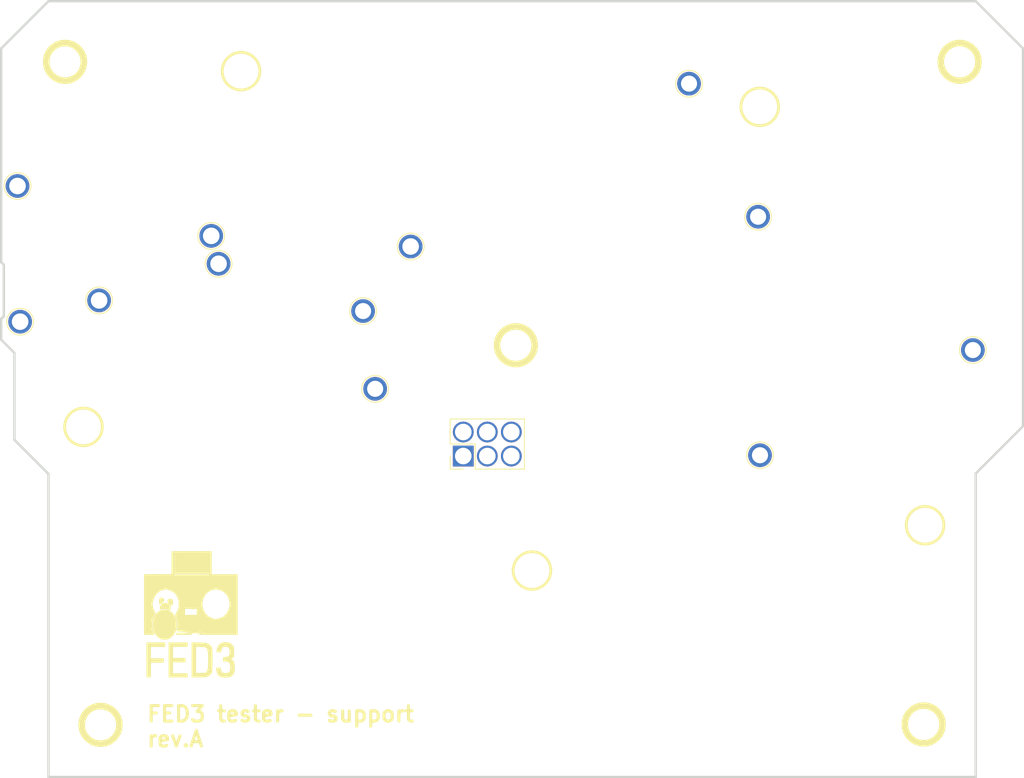
<source format=kicad_pcb>
(kicad_pcb (version 20241229) (generator "pcbnew") (generator_version "9.0")
  (layers (0 "F.Cu" signal) (2 "B.Cu" signal) (13 "F.Paste" user) (15 "B.Paste" user) (5 "F.SilkS" user "F.Silkscreen") (7 "B.SilkS" user "B.Silkscreen") (1 "F.Mask" user) (3 "B.Mask" user) (25 "Edge.Cuts" user))
  (net 0 "")
  (net 1 "/main core/DUT stage/SWCLK")
  (net 2 "/main core/DUT stage/SWDIO")
  (net 3 "/main core/DUT stage/~{RESET}")
  (net 5 "+3V3")
  (net 6 "GND")
  (net 7 "/main core/DUT stage/VBattest")
  (net 8 "/main core/DUT stage/+3V3test")
  (net 9 "/main core/DUT stage/VUSBtest")
  (net 10 "/main core/DUT stage/VccRGB")
  (net 11 "Net-(R49-Pad2)")
  (net 12 "Net-(R50-Pad2)")
  (net 13 "/main core/LED_CHRG")
  (net 14 "/main core/LED_GREEN")
  (net 15 "/main core/RED_LED")
  (footprint "" (layer "F.Cu") (at 151.4011 69.45)
    (property "Reference" "" (at 0 0 0) (layer "F.SilkS") (effects (font (size 1.27 1.27))))
    (property "Value" "")
    (pad "" np_thru_hole circle (at 0 0 180) (size 2.95 2.95) (drill 2.95) (layers "*.Cu" "*.Mask"))
  )
  (footprint "" (layer "F.Cu") (at 177.2 44.2)
    (property "Reference" "" (at 0 0 0) (layer "F.SilkS") (effects (font (size 1.27 1.27))))
    (property "Value" "")
    (pad "" np_thru_hole circle (at 0 0 180) (size 2.95 2.95) (drill 2.95) (layers "*.Cu" "*.Mask"))
  )
  (footprint "FED3_PCBLib:Pin_D1.70mm" (layer "F.Cu") (at 136.5261 74.0464)
    (property "Reference" "TP6" (hide yes))
    (property "Value" "VccRGB" (hide yes))
    (fp_circle (center 0 0) (end 1.415097 0) (stroke (width 0.1)) (fill no) (layer "F.SilkS"))
    (pad "1" thru_hole circle (at 0 0) (size 2.5 2.5) (drill 1.7) (layers "*.Cu" "*.Mask") (net 10 "/main core/DUT stage/VccRGB"))
  )
  (footprint "" (layer "F.Cu") (at 105.7 78.05)
    (property "Reference" "" (at 0 0 0) (layer "F.SilkS") (effects (font (size 1.27 1.27))))
    (property "Value" "")
    (pad "" np_thru_hole circle (at 0 0 180) (size 2.95 2.95) (drill 2.95) (layers "*.Cu" "*.Mask"))
  )
  (footprint "" (layer "F.Cu") (at 194.5 109.55)
    (property "Reference" "" (at 0 0 0) (layer "F.SilkS") (effects (font (size 1.27 1.27))))
    (property "Value" "")
    (pad "" np_thru_hole circle (at 0 0 180) (size 2.95 2.95) (drill 2.95) (layers "*.Cu" "*.Mask"))
  )
  (footprint "" (layer "F.Cu") (at 153.1 93.25)
    (property "Reference" "" (at 0 0 0) (layer "F.SilkS") (effects (font (size 1.27 1.27))))
    (property "Value" "")
    (pad "" np_thru_hole circle (at 0 0 180) (size 2.95 2.95) (drill 2.95) (layers "*.Cu" "*.Mask"))
  )
  (footprint "FED3_PCBLib:Pin_D1.75mm" (layer "F.Cu") (at 119.2011 57.8714 90)
    (property "Reference" "TP3" (hide yes))
    (property "Value" "+3V3test" (hide yes))
    (fp_circle (center 0 0) (end 1.415097 0) (stroke (width 0.1)) (fill no) (layer "F.SilkS"))
    (pad "1" thru_hole circle (at 0 0 90) (size 2.5 2.5) (drill 1.75) (layers "*.Cu" "*.Mask") (net 8 "/main core/DUT stage/+3V3test"))
  )
  (footprint "FED3_PCBLib:Pin_D1.75mm" (layer "F.Cu") (at 119.9761 60.8214)
    (property "Reference" "TP11" (hide yes))
    (property "Value" "GND" (hide yes))
    (fp_circle (center 0 0) (end 1.415097 0) (stroke (width 0.1)) (fill no) (layer "F.SilkS"))
    (pad "1" thru_hole circle (at 0 0) (size 2.5 2.5) (drill 1.75) (layers "*.Cu" "*.Mask") (net 11 "Net-(R49-Pad2)"))
  )
  (footprint "" (layer "F.Cu") (at 194.65 88.45 90)
    (property "Reference" "" (at 0 0 90) (layer "F.SilkS") (effects (font (size 1.27 1.27))))
    (property "Value" "")
    (pad "" np_thru_hole circle (at 0 0 270) (size 2.95 2.95) (drill 2.95) (layers "*.Cu" "*.Mask"))
  )
  (footprint "FED3_PCBLib:Pin_D1.70mm" (layer "F.Cu") (at 135.2511 65.8214 -90)
    (property "Reference" "TP12" (hide yes))
    (property "Value" "GND" (hide yes))
    (fp_circle (center 0 0) (end 1.415097 0) (stroke (width 0.1)) (fill no) (layer "F.SilkS"))
    (pad "1" thru_hole circle (at 0 0 270) (size 2.5 2.5) (drill 1.7) (layers "*.Cu" "*.Mask") (net 14 "/main core/LED_GREEN"))
  )
  (footprint "" (layer "F.Cu") (at 122.35 40.45)
    (property "Reference" "" (at 0 0 0) (layer "F.SilkS") (effects (font (size 1.27 1.27))))
    (property "Value" "")
    (pad "" np_thru_hole circle (at 0 0 180) (size 2.95 2.95) (drill 2.95) (layers "*.Cu" "*.Mask"))
  )
  (footprint "FED3_PCBLib:Pin_D1.70mm" (layer "F.Cu") (at 199.7011 69.9464 90)
    (property "Reference" "TP7" (hide yes))
    (property "Value" "GND" (hide yes))
    (fp_circle (center 0 0) (end 1.415097 0) (stroke (width 0.1)) (fill no) (layer "F.SilkS"))
    (pad "1" thru_hole circle (at 0 0 90) (size 2.5 2.5) (drill 1.7) (layers "*.Cu" "*.Mask") (net 6 "GND"))
  )
  (footprint "FED3_PCBLib:Pin_D1.75mm" (layer "F.Cu") (at 98.7261 52.5964)
    (property "Reference" "TP10" (hide yes))
    (property "Value" "GND" (hide yes))
    (fp_circle (center 0 0) (end 1.415097 0) (stroke (width 0.1)) (fill no) (layer "F.SilkS"))
    (pad "1" thru_hole circle (at 0 0) (size 2.5 2.5) (drill 1.75) (layers "*.Cu" "*.Mask") (net 13 "/main core/LED_CHRG"))
  )
  (footprint "FED3_PCBLib:Pin_D1.70mm" (layer "F.Cu") (at 177.0011 55.8464)
    (property "Reference" "TP8" (hide yes))
    (property "Value" "GND" (hide yes))
    (fp_circle (center 0 0) (end 1.415097 0) (stroke (width 0.1)) (fill no) (layer "F.SilkS"))
    (pad "1" thru_hole circle (at 0 0) (size 2.5 2.5) (drill 1.7) (layers "*.Cu" "*.Mask") (net 6 "GND"))
  )
  (footprint "FED3_PCBLib:Pin_D1.75mm" (layer "F.Cu") (at 99.0011 66.9464)
    (property "Reference" "TP9" (hide yes))
    (property "Value" "GND" (hide yes))
    (fp_circle (center 0 0) (end 1.415097 0) (stroke (width 0.1)) (fill no) (layer "F.SilkS"))
    (pad "1" thru_hole circle (at 0 0) (size 2.5 2.5) (drill 1.75) (layers "*.Cu" "*.Mask") (net 12 "Net-(R50-Pad2)"))
  )
  (footprint "" (layer "F.Cu") (at 198.3 39.45)
    (property "Reference" "" (at 0 0 0) (layer "F.SilkS") (effects (font (size 1.27 1.27))))
    (property "Value" "")
    (pad "" np_thru_hole circle (at 0 0 180) (size 2.95 2.95) (drill 2.95) (layers "*.Cu" "*.Mask"))
  )
  (footprint "" (layer "F.Cu") (at 107.5 109.6)
    (property "Reference" "" (at 0 0 0) (layer "F.SilkS") (effects (font (size 1.27 1.27))))
    (property "Value" "")
    (pad "" np_thru_hole circle (at 0 0 180) (size 2.95 2.95) (drill 2.95) (layers "*.Cu" "*.Mask"))
  )
  (footprint "FED3_PCBLib:Pin_D1.75mm" (layer "F.Cu") (at 107.3511 64.6964 90)
    (property "Reference" "TP4" (hide yes))
    (property "Value" "VUSBtest" (hide yes))
    (fp_circle (center 0 0) (end 1.415097 0) (stroke (width 0.1)) (fill no) (layer "F.SilkS"))
    (pad "1" thru_hole circle (at 0 0 90) (size 2.5 2.5) (drill 1.75) (layers "*.Cu" "*.Mask") (net 9 "/main core/DUT stage/VUSBtest"))
  )
  (footprint "FED3_PCBLib:Pin_D1.70mm" (layer "F.Cu") (at 177.2011 81.0714)
    (property "Reference" "TP2" (hide yes))
    (property "Value" "VBattest" (hide yes))
    (fp_circle (center 0 0) (end 1.415097 0) (stroke (width 0.1)) (fill no) (layer "F.SilkS"))
    (pad "1" thru_hole circle (at 0 0) (size 2.5 2.5) (drill 1.7) (layers "*.Cu" "*.Mask") (net 7 "/main core/DUT stage/VBattest"))
  )
  (footprint "FED3_PCBLib:PinHeader_2x03_to Probes" (layer "F.Cu") (at 145.83905 81.156143 90)
    (property "Reference" "J2" (hide yes))
    (property "Value" "6pin_hd" (hide yes))
    (fp_line (start 3.92 -1.38) (end 3.92 6.46) (stroke (width 0.1)) (layer "F.SilkS"))
    (fp_line (start 1.27 -1.38) (end 3.92 -1.38) (stroke (width 0.1)) (layer "F.SilkS"))
    (fp_line (start -1.38 -1.38) (end 0 -1.38) (stroke (width 0.1)) (layer "F.SilkS"))
    (fp_line (start -1.38 0) (end -1.38 -1.38) (stroke (width 0.1)) (layer "F.SilkS"))
    (fp_line (start 1.27 1.27) (end 1.27 -1.38) (stroke (width 0.1)) (layer "F.SilkS"))
    (fp_line (start -1.38 1.27) (end 1.27 1.27) (stroke (width 0.1)) (layer "F.SilkS"))
    (fp_line (start -1.38 1.27) (end -1.38 6.46) (stroke (width 0.1)) (layer "F.SilkS"))
    (fp_line (start -1.38 6.46) (end 3.92 6.46) (stroke (width 0.1)) (layer "F.SilkS"))
    (pad "1" thru_hole rect (at 0 0 90) (size 2.2 2.2) (drill 1.75) (layers "*.Cu" "*.Mask") (net 6 "GND"))
    (pad "2" thru_hole circle (at 2.54 0 90) (size 2.2 2.2) (drill 1.75) (layers "*.Cu" "*.Mask") (net 3 "/main core/DUT stage/~{RESET}"))
    (pad "3" thru_hole circle (at 0 2.54 90) (size 2.2 2.2) (drill 1.75) (layers "*.Cu" "*.Mask") (net 2 "/main core/DUT stage/SWDIO"))
    (pad "4" thru_hole circle (at 2.54 2.54 90) (size 2.2 2.2) (drill 1.75) (layers "*.Cu" "*.Mask"))
    (pad "5" thru_hole circle (at 0 5.08 90) (size 2.2 2.2) (drill 1.75) (layers "*.Cu" "*.Mask") (net 1 "/main core/DUT stage/SWCLK"))
    (pad "6" thru_hole circle (at 2.54 5.08 90) (size 2.2 2.2) (drill 1.75) (layers "*.Cu" "*.Mask") (net 5 "+3V3"))
  )
  (footprint "" (layer "F.Cu") (at 181 69.05)
    (property "Reference" "@HOLE6" (hide yes))
    (property "Value" "" (hide yes))
    (pad "" np_thru_hole circle (at 0 0) (size 6.05 6.05) (drill 6.05) (layers "*.Cu" "*.Mask"))
  )
  (footprint "FED3_PCBLib:Pin_D1.70mm" (layer "F.Cu") (at 169.7011 41.7714)
    (property "Reference" "TP5" (hide yes))
    (property "Value" "GND" (hide yes))
    (fp_circle (center 0 0) (end 1.415097 0) (stroke (width 0.1)) (fill no) (layer "F.SilkS"))
    (pad "1" thru_hole circle (at 0 0) (size 2.5 2.5) (drill 1.7) (layers "*.Cu" "*.Mask") (net 6 "GND"))
  )
  (footprint "" (layer "F.Cu") (at 103.75 39.45)
    (property "Reference" "" (at 0 0 0) (layer "F.SilkS") (effects (font (size 1.27 1.27))))
    (property "Value" "")
    (pad "" np_thru_hole circle (at 0 0 180) (size 2.95 2.95) (drill 2.95) (layers "*.Cu" "*.Mask"))
  )
  (footprint "FED3_PCBLib:Pin_D1.75mm" (layer "F.Cu") (at 140.2761 58.9964)
    (property "Reference" "TP13" (hide yes))
    (property "Value" "GND" (hide yes))
    (fp_circle (center 0 0) (end 1.415097 0) (stroke (width 0.1)) (fill no) (layer "F.SilkS"))
    (pad "1" thru_hole circle (at 0 0) (size 2.5 2.5) (drill 1.75) (layers "*.Cu" "*.Mask") (net 15 "/main core/RED_LED"))
  )
  (footprint "FED3_PCBLib:FED_logo" (layer "F.Cu") (at 116.891843 97.93804)
    (property "Reference" "G***" (hide yes))
    (property "Value" "LOGO" (hide yes))
    (fp_poly (pts (xy 0.347946 -0.585181) (xy 0.33213 -0.569365) (xy 0.316314 -0.585181) (xy 0.33213 -0.600996)) (stroke (width 0.1)) (fill yes) (layer "F.SilkS"))
    (fp_poly (pts (xy 2.024409 -5.361519) (xy 2.024409 -4.365131) (xy 0.237236 -4.365131) (xy -1.549937 -4.365131) (xy -1.549937 -5.361519) (xy -1.549937 -6.357908) (xy 0.237236 -6.357908) (xy 2.024409 -6.357908)) (stroke (width 0.1)) (fill yes) (layer "F.SilkS"))
    (fp_poly (pts (xy -2.835986 -1.749593) (xy -2.757365 -1.683477) (xy -2.722442 -1.571775) (xy -2.720299 -1.526414) (xy -2.726046 -1.436381) (xy -2.750974 -1.386027) (xy -2.806606 -1.352233) (xy -2.807285 -1.351932) (xy -2.907603 -1.296326) (xy -2.96497 -1.231225) (xy -2.982035 -1.194085) (xy -3.025418 -1.148959) (xy -3.087101 -1.14242) (xy -3.137192 -1.175448) (xy -3.143938 -1.188764) (xy -3.160699 -1.279971) (xy -3.161877 -1.404672) (xy -3.149016 -1.535461) (xy -3.123659 -1.644933) (xy -3.117305 -1.661664) (xy -3.078083 -1.735554) (xy -3.028014 -1.766059) (xy -2.95951 -1.771357)) (stroke (width 0.1)) (fill yes) (layer "F.SilkS"))
    (fp_poly (pts (xy -1.903537 -1.628919) (xy -1.827908 -1.576304) (xy -1.785703 -1.479677) (xy -1.771455 -1.331726) (xy -1.771357 -1.314901) (xy -1.783278 -1.170238) (xy -1.816196 -1.060033) (xy -1.865848 -0.99473) (xy -1.907584 -0.981309) (xy -1.945184 -1.003887) (xy -2.010915 -1.063073) (xy -2.092054 -1.147172) (xy -2.111394 -1.168627) (xy -2.190208 -1.263562) (xy -2.248776 -1.346273) (xy -2.276533 -1.401521) (xy -2.277459 -1.408152) (xy -2.259921 -1.468764) (xy -2.217181 -1.545584) (xy -2.212043 -1.552963) (xy -2.154238 -1.61573) (xy -2.083483 -1.641381) (xy -2.018057 -1.644832)) (stroke (width 0.1)) (fill yes) (layer "F.SilkS"))
    (fp_poly (pts (xy -0.680058 1.946999) (xy -0.48591 1.954186) (xy -0.294963 1.965443) (xy -0.117486 1.980296) (xy 0.036249 1.998271) (xy 0.155973 2.018893) (xy 0.231414 2.041687) (xy 0.253051 2.062335) (xy 0.222805 2.069132) (xy 0.137602 2.07524) (xy 0.005748 2.080403) (xy -0.164453 2.084366) (xy -0.364696 2.086872) (xy -0.569365 2.087671) (xy -0.789994 2.08665) (xy -0.98826 2.083775) (xy -1.155859 2.079324) (xy -1.284485 2.07358) (xy -1.365834 2.066821) (xy -1.39178 2.059913) (xy -1.370026 2.019432) (xy -1.339334 1.988742) (xy -1.283242 1.968455) (xy -1.178998 1.954611) (xy -1.036872 1.946737) (xy -0.867135 1.944358)) (stroke (width 0.1)) (fill yes) (layer "F.SilkS"))
    (fp_poly (pts (xy -0.221419 3.163138) (xy -0.221419 3.352926) (xy -0.419115 3.355842) (xy -0.516834 3.356864) (xy -0.662749 3.357854) (xy -0.841793 3.358734) (xy -1.0389 3.359429) (xy -1.190558 3.359784) (xy -1.764305 3.36081) (xy -1.769397 3.989496) (xy -1.774488 4.618182) (xy -1.108664 4.618182) (xy -0.442839 4.618182) (xy -0.442839 4.80797) (xy -0.442839 4.997758) (xy -1.103472 4.997758) (xy -1.764105 4.997758) (xy -1.769321 5.61457) (xy -1.774536 6.231382) (xy -0.997978 6.231382) (xy -0.221419 6.231382) (xy -0.221419 6.405355) (xy -0.221419 6.579327) (xy -1.186176 6.579327) (xy -2.150934 6.579327) (xy -2.150934 4.776339) (xy -2.150934 2.97335) (xy -1.186176 2.97335) (xy -0.221419 2.97335)) (stroke (width 0.1)) (fill yes) (layer "F.SilkS"))
    (fp_poly (pts (xy -2.593763 3.171046) (xy -2.593753 3.368742) (xy -3.349436 3.362393) (xy -4.105119 3.356044) (xy -4.110141 4.002928) (xy -4.115164 4.649813) (xy -3.433547 4.649813) (xy -2.75193 4.649813) (xy -2.75193 4.839601) (xy -2.75193 5.02939) (xy -3.42849 5.02939) (xy -3.663232 5.030236) (xy -3.840875 5.033015) (xy -3.967565 5.038087) (xy -4.049445 5.045812) (xy -4.09266 5.056549) (xy -4.103582 5.068929) (xy -4.103371 5.110704) (xy -4.103579 5.206317) (xy -4.104164 5.346346) (xy -4.105083 5.521367) (xy -4.106294 5.721958) (xy -4.107096 5.843898) (xy -4.112079 6.579327) (xy -4.301868 6.579327) (xy -4.491656 6.579327) (xy -4.491656 4.776339) (xy -4.491656 2.97335) (xy -3.542714 2.97335) (xy -2.593773 2.97335)) (stroke (width 0.1)) (fill yes) (layer "F.SilkS"))
    (fp_poly (pts (xy -2.408954 -1.195058) (xy -2.303806 -1.175765) (xy -2.252554 -1.142637) (xy -2.245828 -1.119225) (xy -2.220479 -1.080367) (xy -2.199024 -1.075467) (xy -2.150397 -1.047001) (xy -2.101067 -0.973149) (xy -2.058707 -0.871231) (xy -2.03099 -0.758568) (xy -2.024408 -0.681335) (xy -2.035343 -0.581949) (xy -2.071366 -0.538942) (xy -2.137305 -0.550089) (xy -2.212324 -0.594748) (xy -2.26846 -0.622102) (xy -2.350229 -0.638844) (xy -2.471348 -0.646914) (xy -2.591901 -0.648443) (xy -2.734397 -0.645636) (xy -2.861849 -0.638118) (xy -2.954787 -0.627249) (xy -2.981257 -0.621291) (xy -3.038607 -0.607711) (xy -3.06284 -0.62567) (xy -3.068188 -0.689567) (xy -3.068244 -0.709293) (xy -3.056241 -0.818978) (xy -3.025266 -0.923054) (xy -2.982867 -1.003574) (xy -2.936596 -1.042592) (xy -2.927517 -1.043836) (xy -2.88454 -1.06789) (xy -2.878455 -1.09017) (xy -2.848735 -1.147535) (xy -2.761218 -1.184749) (xy -2.618367 -1.200916) (xy -2.572129 -1.201561)) (stroke (width 0.1)) (fill yes) (layer "F.SilkS"))
    (fp_poly (pts (xy -2.39784 -0.502661) (xy -2.317556 -0.489495) (xy -2.24117 -0.462886) (xy -2.158779 -0.424579) (xy -1.930159 -0.277941) (xy -1.736856 -0.078873) (xy -1.578961 0.172508) (xy -1.456568 0.476082) (xy -1.454026 0.484139) (xy -1.415464 0.65945) (xy -1.393759 0.871461) (xy -1.388878 1.099046) (xy -1.400784 1.321079) (xy -1.429445 1.516434) (xy -1.455877 1.615675) (xy -1.510409 1.75973) (xy -1.572015 1.894401) (xy -1.633878 2.007339) (xy -1.68918 2.086197) (xy -1.731105 2.118628) (xy -1.733685 2.118847) (xy -1.760979 2.135333) (xy -1.757463 2.147825) (xy -1.766136 2.189143) (xy -1.817401 2.253001) (xy -1.899733 2.329171) (xy -2.001609 2.407424) (xy -2.111508 2.477529) (xy -2.1555 2.501184) (xy -2.255527 2.547767) (xy -2.343081 2.575501) (xy -2.441346 2.588996) (xy -2.573503 2.592861) (xy -2.616595 2.592856) (xy -2.757128 2.590326) (xy -2.85847 2.580057) (xy -2.94466 2.556363) (xy -3.039734 2.51356) (xy -3.11246 2.475585) (xy -3.218118 2.413615) (xy -3.299702 2.355218) (xy -3.342246 2.311358) (xy -3.344712 2.305454) (xy -3.383969 2.251086) (xy -3.411206 2.237295) (xy -3.461377 2.198621) (xy -3.525691 2.113612) (xy -3.59665 1.995382) (xy -3.666755 1.857041) (xy -3.728508 1.711703) (xy -3.755822 1.634681) (xy -3.791482 1.509084) (xy -3.813486 1.384052) (xy -3.824548 1.237916) (xy -3.827397 1.063318) (xy -3.804077 0.71179) (xy -3.734993 0.396883) (xy -3.621456 0.121357) (xy -3.464779 -0.112032) (xy -3.266272 -0.300526) (xy -3.138478 -0.384786) (xy -3.046321 -0.434292) (xy -2.965665 -0.466078) (xy -2.876229 -0.484958) (xy -2.757731 -0.495746) (xy -2.649066 -0.500963) (xy -2.501762 -0.505458)) (stroke (width 0.1)) (fill yes) (layer "F.SilkS"))
    (fp_poly (pts (xy 0.988481 2.981449) (xy 1.229814 2.987782) (xy 1.417859 2.994843) (xy 1.562589 3.003527) (xy 1.67398 3.014728) (xy 1.762005 3.02934) (xy 1.836639 3.048257) (xy 1.876235 3.061042) (xy 2.042094 3.134394) (xy 2.162473 3.222292) (xy 2.228851 3.318366) (xy 2.231746 3.326757) (xy 2.261025 3.365513) (xy 2.284625 3.364314) (xy 2.303989 3.363106) (xy 2.297647 3.377485) (xy 2.296174 3.420428) (xy 2.305721 3.429922) (xy 2.333743 3.469041) (xy 2.35663 3.5506) (xy 2.374576 3.677742) (xy 2.387776 3.853609) (xy 2.396425 4.081342) (xy 2.400718 4.364084) (xy 2.40085 4.704977) (xy 2.399056 4.934496) (xy 2.395695 5.240316) (xy 2.391682 5.489998) (xy 2.385758 5.690661) (xy 2.376663 5.849428) (xy 2.363138 5.973417) (xy 2.343925 6.069751) (xy 2.317763 6.14555) (xy 2.283394 6.207936) (xy 2.239558 6.264028) (xy 2.184997 6.320948) (xy 2.14739 6.357681) (xy 2.072525 6.423284) (xy 1.99307 6.474797) (xy 1.90048 6.513851) (xy 1.786209 6.542076) (xy 1.641713 6.561103) (xy 1.458446 6.572563) (xy 1.227863 6.578084) (xy 0.985701 6.579327) (xy 0.284683 6.579327) (xy 0.284683 6.203684) (xy 0.662511 6.203684) (xy 1.175167 6.197317) (xy 1.687823 6.190949) (xy 1.80589 6.074057) (xy 1.867416 6.007338) (xy 1.916345 5.937117) (xy 1.954084 5.855455) (xy 1.982036 5.754413) (xy 2.001609 5.62605) (xy 2.014206 5.462428) (xy 2.021234 5.255608) (xy 2.024098 4.997649) (xy 2.024409 4.83967) (xy 2.022654 4.527402) (xy 2.016938 4.271743) (xy 2.00658 4.066124) (xy 1.990901 3.903975) (xy 1.969222 3.778728) (xy 1.940862 3.683814) (xy 1.905142 3.612664) (xy 1.896087 3.599351) (xy 1.853637 3.530476) (xy 1.834687 3.480582) (xy 1.834621 3.478866) (xy 1.814722 3.460196) (xy 1.798191 3.466602) (xy 1.751046 3.464837) (xy 1.72702 3.444745) (xy 1.709812 3.425132) (xy 1.68716 3.410395) (xy 1.649783 3.399326) (xy 1.588404 3.390721) (xy 1.493742 3.383372) (xy 1.356517 3.376074) (xy 1.16745 3.36762) (xy 1.116848 3.365437) (xy 0.667943 3.346103) (xy 0.665227 4.774893) (xy 0.662511 6.203684) (xy 0.284683 6.203684) (xy 0.284683 4.772259) (xy 0.284683 2.965191)) (stroke (width 0.1)) (fill yes) (layer "F.SilkS"))
    (fp_poly (pts (xy 4.068031 2.962605) (xy 4.23648 3.006163) (xy 4.287726 3.028835) (xy 4.436458 3.126712) (xy 4.557631 3.247656) (xy 4.636407 3.375865) (xy 4.649876 3.41453) (xy 4.661575 3.488079) (xy 4.671304 3.609054) (xy 4.678149 3.761629) (xy 4.681195 3.929976) (xy 4.681269 3.957481) (xy 4.681445 4.388063) (xy 4.583922 4.51103) (xy 4.511736 4.592416) (xy 4.442148 4.65581) (xy 4.417858 4.672416) (xy 4.37962 4.700839) (xy 4.386428 4.711955) (xy 4.450882 4.738784) (xy 4.5309 4.806066) (xy 4.611803 4.898686) (xy 4.678916 5.00153) (xy 4.691271 5.025908) (xy 4.720068 5.093842) (xy 4.739686 5.164004) (xy 4.751818 5.250395) (xy 4.758157 5.367016) (xy 4.760395 5.527869) (xy 4.760523 5.598755) (xy 4.759571 5.77568) (xy 4.755508 5.903141) (xy 4.746525 5.994923) (xy 4.730812 6.064811) (xy 4.706559 6.126591) (xy 4.685783 6.168119) (xy 4.590067 6.326091) (xy 4.485861 6.440622) (xy 4.360991 6.518431) (xy 4.203287 6.566236) (xy 4.000576 6.590757) (xy 3.911891 6.595266) (xy 3.759671 6.598142) (xy 3.616779 6.595861) (xy 3.504381 6.588978) (xy 3.463637 6.583509) (xy 3.308451 6.5378) (xy 3.175316 6.467806) (xy 3.078085 6.382777) (xy 3.031196 6.294759) (xy 2.998141 6.232337) (xy 2.981605 6.215681) (xy 2.953088 6.165404) (xy 2.924413 6.0712) (xy 2.899711 5.952261) (xy 2.883117 5.827778) (xy 2.878456 5.736778) (xy 2.878456 5.630386) (xy 3.067025 5.630386) (xy 3.255594 5.630386) (xy 3.289525 5.764819) (xy 3.323773 5.880647) (xy 3.36985 5.990679) (xy 3.430304 6.10731) (xy 3.486998 6.154793) (xy 3.588041 6.191205) (xy 3.715014 6.213371) (xy 3.849497 6.218116) (xy 3.973073 6.202266) (xy 3.976425 6.201438) (xy 4.111549 6.155113) (xy 4.207406 6.086018) (xy 4.28534 5.97692) (xy 4.30876 5.933141) (xy 4.339772 5.861499) (xy 4.357263 5.785247) (xy 4.363462 5.685993) (xy 4.3606 5.545343) (xy 4.359366 5.515817) (xy 4.348978 5.358045) (xy 4.332729 5.251716) (xy 4.308401 5.185116) (xy 4.292577 5.163125) (xy 4.251066 5.103818) (xy 4.238606 5.066438) (xy 4.214018 5.031558) (xy 4.201557 5.02939) (xy 4.150954 5.009828) (xy 4.107478 4.977778) (xy 4.033158 4.942282) (xy 3.904729 4.917564) (xy 3.828212 4.910265) (xy 3.605978 4.894364) (xy 3.605978 4.713332) (xy 3.605978 4.5323) (xy 3.795573 4.512483) (xy 3.972482 4.485558) (xy 4.098149 4.443906) (xy 4.183991 4.381509) (xy 4.241425 4.29235) (xy 4.249522 4.273258) (xy 4.291865 4.099816) (xy 4.297538 3.898151) (xy 4.266379 3.691705) (xy 4.253859 3.645582) (xy 4.181313 3.497502) (xy 4.070551 3.394701) (xy 3.930815 3.340628) (xy 3.771347 3.338731) (xy 3.60139 3.392458) (xy 3.590162 3.397976) (xy 3.509369 3.440825) (xy 3.462691 3.470084) (xy 3.458309 3.478463) (xy 3.460607 3.502419) (xy 3.433974 3.560881) (xy 3.421425 3.582254) (xy 3.370926 3.688181) (xy 3.336718 3.801184) (xy 3.336247 3.803674) (xy 3.314255 3.922291) (xy 3.107872 3.922291) (xy 2.901489 3.922291) (xy 2.921777 3.774274) (xy 2.974499 3.522193) (xy 3.058542 3.321829) (xy 3.177726 3.167925) (xy 3.335871 3.055225) (xy 3.490368 2.992026) (xy 3.672294 2.954489) (xy 3.872409 2.945032)) (stroke (width 0.1)) (fill yes) (layer "F.SilkS"))
    (fp_poly (pts (xy 2.309091 -5.456414) (xy 2.309091 -4.238605) (xy 3.685056 -4.238605) (xy 5.061022 -4.238605) (xy 5.061022 -1.075467) (xy 5.061022 2.087671) (xy 3.020797 2.087671) (xy 2.667949 2.087272) (xy 2.334432 2.086122) (xy 2.025519 2.084287) (xy 1.746483 2.081838) (xy 1.502597 2.078841) (xy 1.299135 2.075366) (xy 1.141368 2.071481) (xy 1.034571 2.067254) (xy 0.984016 2.062754) (xy 0.980573 2.061214) (xy 1.008706 2.044996) (xy 1.081994 2.019787) (xy 1.183773 1.990026) (xy 1.297377 1.960156) (xy 1.406143 1.934616) (xy 1.493405 1.917848) (xy 1.534122 1.913699) (xy 1.578915 1.893359) (xy 1.621109 1.858344) (xy 1.688933 1.814639) (xy 1.738613 1.802989) (xy 1.800263 1.777397) (xy 1.83822 1.733) (xy 1.861123 1.686253) (xy 1.84967 1.681854) (xy 1.795221 1.715728) (xy 1.711824 1.751726) (xy 1.569405 1.790333) (xy 1.372107 1.830675) (xy 1.124074 1.87188) (xy 0.908489 1.902656) (xy 0.73877 1.916568) (xy 0.541379 1.918708) (xy 0.333086 1.910305) (xy 0.130663 1.892589) (xy -0.04912 1.86679) (xy -0.189493 1.834137) (xy -0.231749 1.819058) (xy -0.3429 1.786218) (xy -0.457291 1.771424) (xy -0.463693 1.771357) (xy -0.543305 1.768155) (xy -0.667366 1.759489) (xy -0.81744 1.746769) (xy -0.942683 1.734737) (xy -1.303893 1.698117) (xy -1.283434 1.521225) (xy -1.260437 1.311953) (xy -1.246482 1.150304) (xy -1.241522 1.021297) (xy -1.245507 0.909949) (xy -1.25839 0.801279) (xy -1.280123 0.680305) (xy -1.280715 0.677318) (xy -1.313123 0.533736) (xy -1.35065 0.397003) (xy -1.386372 0.291754) (xy -1.394347 0.272945) (xy -1.43986 0.138926) (xy -1.447272 0.066332) (xy -0.510244 0.066332) (xy 0.158058 0.061354) (xy 0.82636 0.056375) (xy 0.819227 -0.300551) (xy 0.812095 -0.657478) (xy 0.158255 -0.662349) (xy -0.495586 -0.667219) (xy -0.502915 -0.300444) (xy -0.510244 0.066332) (xy -1.447272 0.066332) (xy -1.451986 0.02016) (xy -1.430119 -0.068053) (xy -1.408852 -0.093852) (xy -1.369129 -0.145592) (xy -1.314116 -0.241839) (xy -1.251059 -0.367989) (xy -1.187207 -0.509438) (xy -1.129805 -0.65158) (xy -1.122944 -0.670031) (xy -1.097543 -0.755196) (xy -1.082923 -0.851634) (xy -1.077759 -0.975677) (xy -1.080726 -1.143659) (xy -1.081882 -1.176133) (xy -1.084066 -1.219673) (xy 1.340424 -1.219673) (xy 1.345403 -0.940704) (xy 1.354426 -0.876975) (xy 1.403526 -0.664133) (xy 1.474687 -0.460145) (xy 1.560632 -0.282259) (xy 1.654085 -0.147726) (xy 1.668671 -0.13197) (xy 1.725958 -0.063818) (xy 1.754154 -0.011579) (xy 1.75379 0.002834) (xy 1.761133 0.029294) (xy 1.777399 0.032631) (xy 1.829951 0.054048) (xy 1.897442 0.103906) (xy 1.958412 0.16336) (xy 1.991403 0.213565) (xy 1.992777 0.221769) (xy 2.009597 0.244136) (xy 2.018736 0.240741) (xy 2.059668 0.245553) (xy 2.129798 0.277247) (xy 2.153169 0.290769) (xy 2.223751 0.324279) (xy 2.335702 0.367597) (xy 2.469303 0.414079) (xy 2.604839 0.457076) (xy 2.722592 0.489943) (xy 2.783784 0.503347) (xy 2.819364 0.496692) (xy 2.901418 0.476556) (xy 3.015511 0.446561) (xy 3.081814 0.428518) (xy 3.208048 0.396168) (xy 3.311237 0.374159) (xy 3.376352 0.365485) (xy 3.389997 0.367122) (xy 3.414829 0.360158) (xy 3.41619 0.350624) (xy 3.441048 0.315279) (xy 3.49877 0.276171) (xy 3.564072 0.246701) (xy 3.611674 0.240269) (xy 3.617783 0.243769) (xy 3.635893 0.23905) (xy 3.637609 0.225174) (xy 3.661256 0.177752) (xy 3.717906 0.117263) (xy 3.786125 0.062871) (xy 3.844477 0.033738) (xy 3.852988 0.032631) (xy 3.880087 0.015349) (xy 3.876421 0.00255) (xy 3.881897 -0.039462) (xy 3.910735 -0.078819) (xy 4.020379 -0.219082) (xy 4.121108 -0.403965) (xy 4.205862 -0.614853) (xy 4.267582 -0.833129) (xy 4.299208 -1.040177) (xy 4.301868 -1.11019) (xy 4.291964 -1.225033) (xy 4.264994 -1.368198) (xy 4.225078 -1.527189) (xy 4.176333 -1.689507) (xy 4.122876 -1.842658) (xy 4.068826 -1.974144) (xy 4.018299 -2.071468) (xy 3.975415 -2.122134) (xy 3.96721 -2.125835) (xy 3.929917 -2.15271) (xy 3.865509 -2.214021) (xy 3.790883 -2.293275) (xy 3.711904 -2.375522) (xy 3.644015 -2.436362) (xy 3.603623 -2.461831) (xy 3.541355 -2.490477) (xy 3.511084 -2.51211) (xy 3.457645 -2.544518) (xy 3.366312 -2.588751) (xy 3.273848 -2.628236) (xy 3.086761 -2.681418) (xy 2.87756 -2.704784) (xy 2.662121 -2.699851) (xy 2.456321 -2.668132) (xy 2.276036 -2.611143) (xy 2.137141 -2.530399) (xy 2.123179 -2.518439) (xy 2.060505 -2.475605) (xy 2.026043 -2.461831) (xy 1.975684 -2.432266) (xy 1.912768 -2.373595) (xy 1.904613 -2.364446) (xy 1.845069 -2.30676) (xy 1.797104 -2.278143) (xy 1.791862 -2.27746) (xy 1.748453 -2.252645) (xy 1.723504 -2.218599) (xy 1.687576 -2.157573) (xy 1.632527 -2.070763) (xy 1.604724 -2.028538) (xy 1.474273 -1.782859) (xy 1.384777 -1.506814) (xy 1.340424 -1.219673) (xy -1.084066 -1.219673) (xy -1.090409 -1.346123) (xy -1.105043 -1.477513) (xy -1.131357 -1.591086) (xy -1.174928 -1.707619) (xy -1.241332 -1.847892) (xy -1.285337 -1.934395) (xy -1.317043 -2.012341) (xy -1.328518 -2.068828) (xy -1.352537 -2.112677) (xy -1.375965 -2.119303) (xy -1.420729 -2.144794) (xy -1.427949 -2.216734) (xy -1.427158 -2.222105) (xy -1.449036 -2.243271) (xy -1.469287 -2.245828) (xy -1.525397 -2.269993) (xy -1.540458 -2.287753) (xy -1.59084 -2.334717) (xy -1.621108 -2.350023) (xy -1.667967 -2.390855) (xy -1.676463 -2.420675) (xy -1.692635 -2.453634) (xy -1.712893 -2.448466) (xy -1.759041 -2.450927) (xy -1.784064 -2.472991) (xy -1.832457 -2.507103) (xy -1.92626 -2.550725) (xy -2.049421 -2.598394) (xy -2.185884 -2.644645) (xy -2.319595 -2.684014) (xy -2.434501 -2.711037) (xy -2.510685 -2.720299) (xy -2.606816 -2.708292) (xy -2.72474 -2.677765) (xy -2.783561 -2.657036) (xy -2.885835 -2.621088) (xy -2.972319 -2.598169) (xy -3.006152 -2.593773) (xy -3.079883 -2.573628) (xy -3.123599 -2.545783) (xy -3.260846 -2.430386) (xy -3.356236 -2.358706) (xy -3.412046 -2.329131) (xy -3.427453 -2.330898) (xy -3.444568 -2.323784) (xy -3.44782 -2.298547) (xy -3.471835 -2.253345) (xy -3.497134 -2.245828) (xy -3.530719 -2.231689) (xy -3.528554 -2.216875) (xy -3.535113 -2.176146) (xy -3.574119 -2.112502) (xy -3.5855 -2.098257) (xy -3.679249 -1.965155) (xy -3.75955 -1.802888) (xy -3.830804 -1.600608) (xy -3.89741 -1.347472) (xy -3.906859 -1.306274) (xy -3.929558 -1.201057) (xy -3.940708 -1.121112) (xy -3.939125 -1.047053) (xy -3.923625 -0.959495) (xy -3.893024 -0.839051) (xy -3.874033 -0.769038) (xy -3.829414 -0.620427) (xy -3.780015 -0.479774) (xy -3.733631 -0.368423) (xy -3.713678 -0.329848) (xy -3.656841 -0.215523) (xy -3.642673 -0.12425) (xy -3.670781 -0.032736) (xy -3.707555 0.031631) (xy -3.766054 0.135684) (xy -3.81624 0.242605) (xy -3.82042 0.253051) (xy -3.879285 0.408998) (xy -3.91949 0.534142) (xy -3.944636 0.6485) (xy -3.958321 0.772088) (xy -3.964145 0.924923) (xy -3.96547 1.059651) (xy -3.965587 1.229878) (xy -3.962147 1.354432) (xy -3.952247 1.4509) (xy -3.932983 1.536868) (xy -3.901452 1.629922) (xy -3.854751 1.747649) (xy -3.849946 1.759463) (xy -3.800005 1.884079) (xy -3.76062 1.985953) (xy -3.736979 2.051463) (xy -3.732503 2.067869) (xy -3.762369 2.074555) (xy -3.844908 2.080277) (xy -3.969535 2.08462) (xy -4.125663 2.087171) (xy -4.238605 2.087671) (xy -4.744707 2.087671) (xy -4.744707 -1.075467) (xy -4.744707 -4.205594) (xy -1.646937 -4.205594) (xy 0.237229 -4.207718) (xy 2.121396 -4.209842) (xy 2.118105 -5.329892) (xy 2.114814 -6.449941) (xy 0.237242 -6.452058) (xy -1.64033 -6.454175) (xy -1.643633 -5.329884) (xy -1.646937 -4.205594) (xy -4.744707 -4.205594) (xy -4.744707 -4.238605) (xy -3.329203 -4.243588) (xy -3.035054 -4.244589) (xy -2.759842 -4.245458) (xy -2.510135 -4.246179) (xy -2.2925 -4.246737) (xy -2.113507 -4.247115) (xy -1.979724 -4.247299) (xy -1.897719 -4.247271) (xy -1.874159 -4.247103) (xy -1.863663 -4.259612) (xy -1.855069 -4.301209) (xy -1.848218 -4.376723) (xy -1.842955 -4.490977) (xy -1.839121 -4.648799) (xy -1.836559 -4.855015) (xy -1.835112 -5.114452) (xy -1.834622 -5.431934) (xy -1.83462 -5.459928) (xy -1.83462 -6.674222) (xy 0.237236 -6.674222) (xy 2.309091 -6.674222)) (stroke (width 0.1)) (fill yes) (layer "F.SilkS"))
  )
  (footprint "" (layer "B.Cu") (at 107.0011 52.05 180)
    (property "Reference" "" (at 0 0 0) (layer "B.SilkS") (effects (font (size 1.27 1.27)) (justify mirror)))
    (property "Value" "")
    (pad "" np_thru_hole circle (at 0 0 180) (size 6.05 6.05) (drill 6.05) (layers "*.Cu" "*.Mask"))
  )
  (footprint "" (layer "B.Cu") (at 184.5 43.05 180)
    (property "Reference" "@HOLE0" (hide yes))
    (property "Value" "" (hide yes))
    (pad "" np_thru_hole circle (at 0 0 180) (size 6.05 6.05) (drill 6.05) (layers "*.Cu" "*.Mask"))
  )
  (gr_circle (center 194.65 88.475) (end 194.325 86.510655) (stroke (width 0.3)) (fill no) (layer "F.SilkS"))
  (gr_circle (center 153.1 93.266049) (end 152.775 91.301704) (stroke (width 0.3)) (fill no) (layer "F.SilkS"))
  (gr_circle (center 107.0011 52.0464) (end 109.6511 52.0164) (stroke (width 0.1)) (fill no) (layer "F.SilkS"))
  (gr_circle (center 105.7 78.075) (end 105.375 76.110655) (stroke (width 0.3)) (fill no) (layer "F.SilkS"))
  (gr_circle (center 107.5 109.583951) (end 107.175 107.619606) (stroke (width 0.7)) (fill no) (layer "F.SilkS"))
  (gr_circle (center 181.0011 69.0464) (end 183.6511 69.0564) (stroke (width 0.1)) (fill no) (layer "F.SilkS"))
  (gr_circle (center 103.75 39.466049) (end 103.425 37.501704) (stroke (width 0.7)) (fill no) (layer "F.SilkS"))
  (gr_circle (center 151.4 69.439345) (end 151.075 67.475) (stroke (width 0.7)) (fill no) (layer "F.SilkS"))
  (gr_circle (center 194.5 109.541049) (end 194.175 107.576704) (stroke (width 0.7)) (fill no) (layer "F.SilkS"))
  (gr_circle (center 198.3 39.466049) (end 197.975 37.501704) (stroke (width 0.7)) (fill no) (layer "F.SilkS"))
  (gr_circle (center 122.35 40.45) (end 122.025 38.485655) (stroke (width 0.3)) (fill no) (layer "F.SilkS"))
  (gr_circle (center 177.175 44.225) (end 176.85 42.260655) (stroke (width 0.3)) (fill no) (layer "F.SilkS"))
  (gr_line (start 98.4 79.45) (end 98.4 70.25) (stroke (width 0.25)) (layer "Edge.Cuts"))
  (gr_line (start 200 33.05) (end 205 38.05) (stroke (width 0.25)) (layer "Edge.Cuts"))
  (gr_line (start 97.28 60.93) (end 97 60.65) (stroke (width 0.25)) (layer "Edge.Cuts"))
  (gr_line (start 97 38.05) (end 102 33.05) (stroke (width 0.25)) (layer "Edge.Cuts"))
  (gr_line (start 97.28 66.37) (end 97.28 60.93) (stroke (width 0.25)) (layer "Edge.Cuts"))
  (gr_line (start 97 60.65) (end 97 38.05) (stroke (width 0.25)) (layer "Edge.Cuts"))
  (gr_line (start 138 33.05) (end 164 33.05) (stroke (width 0.25)) (layer "Edge.Cuts"))
  (gr_line (start 97 66.65) (end 97.28 66.37) (stroke (width 0.25)) (layer "Edge.Cuts"))
  (gr_line (start 200 83) (end 200 115.1) (stroke (width 0.25)) (layer "Edge.Cuts"))
  (gr_line (start 205 78) (end 200 83) (stroke (width 0.25)) (layer "Edge.Cuts"))
  (gr_line (start 102 83.05) (end 98.4 79.45) (stroke (width 0.25)) (layer "Edge.Cuts"))
  (gr_line (start 102 33.05) (end 138 33.05) (stroke (width 0.25)) (layer "Edge.Cuts"))
  (gr_line (start 97 68.85) (end 97 66.65) (stroke (width 0.25)) (layer "Edge.Cuts"))
  (gr_line (start 205 38.05) (end 205 78) (stroke (width 0.25)) (layer "Edge.Cuts"))
  (gr_line (start 200 115.1) (end 102 115.1) (stroke (width 0.25)) (layer "Edge.Cuts"))
  (gr_line (start 102 83.05) (end 102 115.1) (stroke (width 0.25)) (layer "Edge.Cuts"))
  (gr_line (start 98.4 70.25) (end 97 68.85) (stroke (width 0.25)) (layer "Edge.Cuts"))
  (gr_line (start 164 33.05) (end 200 33.05) (stroke (width 0.25)) (layer "Edge.Cuts"))
  (gr_text "FED3 tester - support\nrev.A" (at 112.25 112.05 0) (layer "F.SilkS") (effects (font (size 1.64084 1.64084) (thickness 0.328168) (bold yes)) (justify left bottom)))
)
</source>
